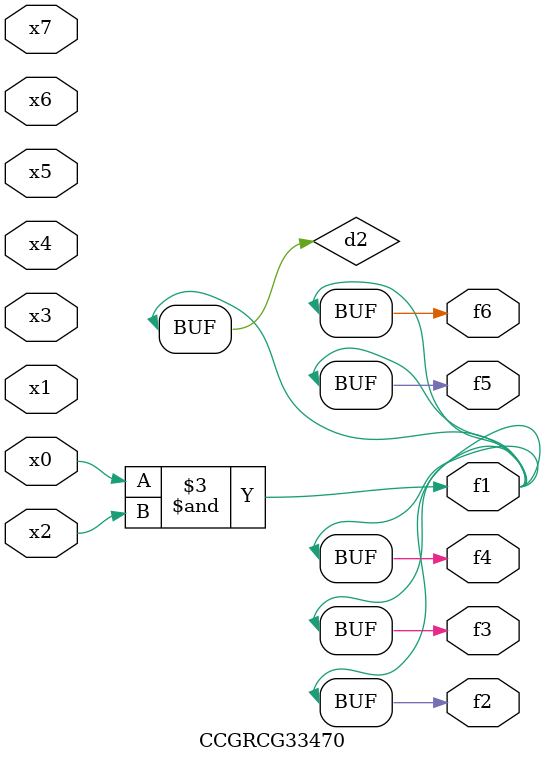
<source format=v>
module CCGRCG33470(
	input x0, x1, x2, x3, x4, x5, x6, x7,
	output f1, f2, f3, f4, f5, f6
);

	wire d1, d2;

	nor (d1, x3, x6);
	and (d2, x0, x2);
	assign f1 = d2;
	assign f2 = d2;
	assign f3 = d2;
	assign f4 = d2;
	assign f5 = d2;
	assign f6 = d2;
endmodule

</source>
